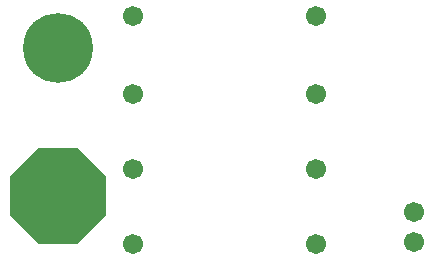
<source format=gbs>
G04 Layer: BottomSolderMaskLayer*
G04 EasyEDA v6.5.46, 2025-03-27 13:21:17*
G04 704521dcdfe345978b60cab35befc636,6aa7a9a2d1144d06b9832bf800529d21,10*
G04 Gerber Generator version 0.2*
G04 Scale: 100 percent, Rotated: No, Reflected: No *
G04 Dimensions in millimeters *
G04 leading zeros omitted , absolute positions ,4 integer and 5 decimal *
%FSLAX45Y45*%
%MOMM*%

%AMMACRO1*4,1,48,-1.6568,-4.0508,-1.6647,-4.0503,-1.6726,-4.0483,-1.68,-4.0452,-1.6868,-4.0411,-1.6927,-4.0358,-4.0358,-1.6927,-4.0411,-1.6868,-4.0452,-1.68,-4.0483,-1.6726,-4.0503,-1.6647,-4.0508,-1.6568,-4.0508,1.6568,-4.0503,1.6647,-4.0483,1.6726,-4.0452,1.68,-4.0411,1.6868,-4.0358,1.6927,-1.6927,4.0358,-1.6868,4.0411,-1.68,4.0452,-1.6726,4.0483,-1.6647,4.0503,-1.6568,4.0508,1.6568,4.0508,1.6647,4.0503,1.6726,4.0483,1.68,4.0452,1.6868,4.0411,1.6927,4.0358,4.0358,1.6927,4.0411,1.6868,4.0452,1.68,4.0483,1.6726,4.0503,1.6647,4.0508,1.6568,4.0508,-1.6568,4.0503,-1.6647,4.0483,-1.6726,4.0452,-1.68,4.0411,-1.6868,4.0358,-1.6927,1.6927,-4.0358,1.6868,-4.0411,1.68,-4.0452,1.6726,-4.0483,1.6647,-4.0503,1.6568,-4.0508,-1.6568,-4.0508,0*%
%ADD10C,5.9016*%
%ADD11C,1.7016*%
%ADD12MACRO1*%

%LPD*%
D10*
G01*
X444500Y1933094D03*
D11*
G01*
X1079195Y2209800D03*
G01*
X2629204Y2209800D03*
G01*
X1079195Y1549400D03*
G01*
X2629204Y1549400D03*
G01*
X1079195Y914400D03*
G01*
X2629204Y914400D03*
G01*
X1079195Y279400D03*
G01*
X2629204Y279400D03*
G01*
X3454400Y546100D03*
G01*
X3454400Y292100D03*
D12*
G01*
X444500Y683107D03*
M02*

</source>
